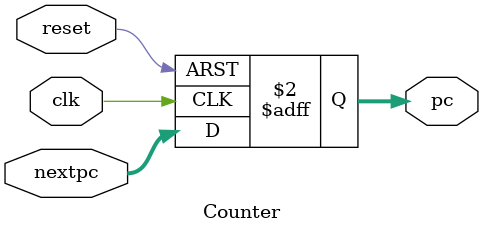
<source format=sv>
module Counter(
  input clk, reset,
  input [31:0] nextpc, 
  output logic [31:0] pc
);

  always_ff @(posedge clk, posedge reset) begin
    if (reset) pc <= 0;
    else       pc <= nextpc;
  end
endmodule

</source>
